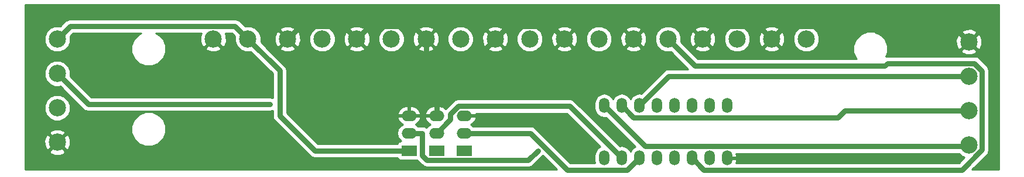
<source format=gbr>
G04 #@! TF.FileFunction,Copper,L2,Bot,Signal*
%FSLAX46Y46*%
G04 Gerber Fmt 4.6, Leading zero omitted, Abs format (unit mm)*
G04 Created by KiCad (PCBNEW 4.0.6) date 02/01/18 18:05:22*
%MOMM*%
%LPD*%
G01*
G04 APERTURE LIST*
%ADD10C,0.100000*%
%ADD11O,1.501140X2.199640*%
%ADD12C,2.500000*%
%ADD13R,2.199640X1.524000*%
%ADD14O,2.199640X1.524000*%
%ADD15C,0.600000*%
%ADD16C,0.800000*%
%ADD17C,0.254000*%
G04 APERTURE END LIST*
D10*
D11*
X154264000Y-99194000D03*
X156804000Y-99194000D03*
X159344000Y-99194000D03*
X161884000Y-99194000D03*
X164424000Y-99194000D03*
X166964000Y-99194000D03*
X169504000Y-99194000D03*
X172044000Y-99194000D03*
X172044000Y-91574000D03*
X169504000Y-91574000D03*
X166964000Y-91574000D03*
X164424000Y-91574000D03*
X161884000Y-91574000D03*
X159344000Y-91574000D03*
X156804000Y-91574000D03*
X154264000Y-91574000D03*
D12*
X108504000Y-81884000D03*
X113504000Y-81884000D03*
X118504000Y-81884000D03*
X123504000Y-81884000D03*
X128504000Y-81884000D03*
X133504000Y-81884000D03*
X138504000Y-81884000D03*
X143504000Y-81884000D03*
X148504000Y-81884000D03*
X153504000Y-81884000D03*
X158504000Y-81884000D03*
X163504000Y-81884000D03*
X168504000Y-81884000D03*
X173504000Y-81884000D03*
X183504000Y-81884000D03*
X178504000Y-81884000D03*
X102754000Y-81884000D03*
X97754000Y-81884000D03*
X207010000Y-82289000D03*
X207010000Y-87289000D03*
X207010000Y-97289000D03*
X207010000Y-92289000D03*
X75184000Y-96908000D03*
X75184000Y-91908000D03*
X75184000Y-81908000D03*
X75184000Y-86908000D03*
D13*
X126054000Y-98124000D03*
D14*
X126054000Y-95584000D03*
X126054000Y-93044000D03*
D13*
X130054000Y-98124000D03*
D14*
X130054000Y-95584000D03*
X130054000Y-93044000D03*
D13*
X134054000Y-98124000D03*
D14*
X134054000Y-95584000D03*
X134054000Y-93044000D03*
D15*
X107354000Y-93034000D03*
X105898400Y-91384000D03*
X144683700Y-98109300D03*
D16*
X130054000Y-93044000D02*
X130054000Y-91482000D01*
X130054000Y-91482000D02*
X130054000Y-86343900D01*
X134044100Y-86343900D02*
X130054000Y-86343900D01*
X138504000Y-81884000D02*
X134044100Y-86343900D01*
X110381800Y-80006200D02*
X108504000Y-81884000D01*
X116626200Y-80006200D02*
X110381800Y-80006200D01*
X118504000Y-81884000D02*
X116626200Y-80006200D01*
X170381800Y-80006200D02*
X168504000Y-81884000D01*
X176626200Y-80006200D02*
X170381800Y-80006200D01*
X178504000Y-81884000D02*
X176626200Y-80006200D01*
X180360700Y-80027300D02*
X178504000Y-81884000D01*
X204748300Y-80027300D02*
X180360700Y-80027300D01*
X207010000Y-82289000D02*
X204748300Y-80027300D01*
X140360700Y-80027300D02*
X138504000Y-81884000D01*
X146647300Y-80027300D02*
X140360700Y-80027300D01*
X148504000Y-81884000D02*
X146647300Y-80027300D01*
X128504000Y-84793900D02*
X128504000Y-81884000D01*
X130054000Y-86343900D02*
X128504000Y-84793900D01*
X120360700Y-80027300D02*
X118504000Y-81884000D01*
X126647300Y-80027300D02*
X120360700Y-80027300D01*
X128504000Y-81884000D02*
X126647300Y-80027300D01*
X100897300Y-80027300D02*
X102754000Y-81884000D01*
X77064700Y-80027300D02*
X100897300Y-80027300D01*
X75184000Y-81908000D02*
X77064700Y-80027300D01*
X160183700Y-97493700D02*
X154264000Y-91574000D01*
X206805300Y-97493700D02*
X160183700Y-97493700D01*
X207010000Y-97289000D02*
X206805300Y-97493700D01*
X112444000Y-98124000D02*
X107354000Y-93034000D01*
X126054000Y-98124000D02*
X112444000Y-98124000D01*
X107354000Y-86484000D02*
X102754000Y-81884000D01*
X107354000Y-93034000D02*
X107354000Y-86484000D01*
X143573100Y-95584000D02*
X134054000Y-95584000D01*
X148931000Y-100941900D02*
X143573100Y-95584000D01*
X157596100Y-100941900D02*
X148931000Y-100941900D01*
X159344000Y-99194000D02*
X157596100Y-100941900D01*
X79660000Y-91384000D02*
X105898400Y-91384000D01*
X75184000Y-86908000D02*
X79660000Y-91384000D01*
X189093900Y-92289000D02*
X207010000Y-92289000D01*
X188083200Y-93299700D02*
X189093900Y-92289000D01*
X158529700Y-93299700D02*
X188083200Y-93299700D01*
X156804000Y-91574000D02*
X158529700Y-93299700D01*
X163629000Y-87289000D02*
X207010000Y-87289000D01*
X159344000Y-91574000D02*
X163629000Y-87289000D01*
X168711900Y-100941900D02*
X166964000Y-99194000D01*
X205976600Y-100941900D02*
X168711900Y-100941900D01*
X208900800Y-98017700D02*
X205976600Y-100941900D01*
X208900800Y-86537800D02*
X208900800Y-98017700D01*
X207790400Y-85427400D02*
X208900800Y-86537800D01*
X195247600Y-85427400D02*
X207790400Y-85427400D01*
X194864500Y-85810500D02*
X195247600Y-85427400D01*
X167430500Y-85810500D02*
X194864500Y-85810500D01*
X163504000Y-81884000D02*
X167430500Y-85810500D01*
X143306600Y-99486400D02*
X144683700Y-98109300D01*
X128644000Y-99486400D02*
X143306600Y-99486400D01*
X127953900Y-98796300D02*
X128644000Y-99486400D01*
X127953900Y-95584000D02*
X127953900Y-98796300D01*
X126054000Y-95584000D02*
X127953900Y-95584000D01*
X149271600Y-91661600D02*
X156804000Y-99194000D01*
X133167100Y-91661600D02*
X149271600Y-91661600D01*
X132054000Y-92774700D02*
X133167100Y-91661600D01*
X132054000Y-93584000D02*
X132054000Y-92774700D01*
X130054000Y-95584000D02*
X132054000Y-93584000D01*
D17*
G36*
X211380000Y-100890000D02*
X207492212Y-100890000D01*
X209632653Y-98749558D01*
X209632656Y-98749556D01*
X209795810Y-98505378D01*
X209857015Y-98413778D01*
X209935800Y-98017700D01*
X209935800Y-86537805D01*
X209935801Y-86537800D01*
X209857015Y-86141723D01*
X209821067Y-86087923D01*
X209632656Y-85805944D01*
X209632653Y-85805942D01*
X208522256Y-84695544D01*
X208186477Y-84471185D01*
X207790400Y-84392399D01*
X207790395Y-84392400D01*
X195247605Y-84392400D01*
X195247600Y-84392399D01*
X195008335Y-84439993D01*
X195270568Y-83808466D01*
X195270730Y-83622320D01*
X205856285Y-83622320D01*
X205985533Y-83915123D01*
X206685806Y-84183388D01*
X207435435Y-84163250D01*
X208034467Y-83915123D01*
X208163715Y-83622320D01*
X207010000Y-82468605D01*
X205856285Y-83622320D01*
X195270730Y-83622320D01*
X195271430Y-82819872D01*
X194918125Y-81964806D01*
X205115612Y-81964806D01*
X205135750Y-82714435D01*
X205383877Y-83313467D01*
X205676680Y-83442715D01*
X206830395Y-82289000D01*
X207189605Y-82289000D01*
X208343320Y-83442715D01*
X208636123Y-83313467D01*
X208904388Y-82613194D01*
X208884250Y-81863565D01*
X208636123Y-81264533D01*
X208343320Y-81135285D01*
X207189605Y-82289000D01*
X206830395Y-82289000D01*
X205676680Y-81135285D01*
X205383877Y-81264533D01*
X205115612Y-81964806D01*
X194918125Y-81964806D01*
X194893909Y-81906200D01*
X194195477Y-81206548D01*
X193591321Y-80955680D01*
X205856285Y-80955680D01*
X207010000Y-82109395D01*
X208163715Y-80955680D01*
X208034467Y-80662877D01*
X207334194Y-80394612D01*
X206584565Y-80414750D01*
X205985533Y-80662877D01*
X205856285Y-80955680D01*
X193591321Y-80955680D01*
X193282466Y-80827432D01*
X192293872Y-80826570D01*
X191380200Y-81204091D01*
X190680548Y-81902523D01*
X190301432Y-82815534D01*
X190300570Y-83804128D01*
X190678091Y-84717800D01*
X190735690Y-84775500D01*
X167859211Y-84775500D01*
X166301032Y-83217320D01*
X167350285Y-83217320D01*
X167479533Y-83510123D01*
X168179806Y-83778388D01*
X168929435Y-83758250D01*
X169528467Y-83510123D01*
X169657715Y-83217320D01*
X168504000Y-82063605D01*
X167350285Y-83217320D01*
X166301032Y-83217320D01*
X165375655Y-82291943D01*
X165388672Y-82260595D01*
X165389283Y-81559806D01*
X166609612Y-81559806D01*
X166629750Y-82309435D01*
X166877877Y-82908467D01*
X167170680Y-83037715D01*
X168324395Y-81884000D01*
X168683605Y-81884000D01*
X169837320Y-83037715D01*
X170130123Y-82908467D01*
X170379574Y-82257305D01*
X171618674Y-82257305D01*
X171905043Y-82950372D01*
X172434839Y-83481093D01*
X173127405Y-83768672D01*
X173877305Y-83769326D01*
X174570372Y-83482957D01*
X174836472Y-83217320D01*
X177350285Y-83217320D01*
X177479533Y-83510123D01*
X178179806Y-83778388D01*
X178929435Y-83758250D01*
X179528467Y-83510123D01*
X179657715Y-83217320D01*
X178504000Y-82063605D01*
X177350285Y-83217320D01*
X174836472Y-83217320D01*
X175101093Y-82953161D01*
X175388672Y-82260595D01*
X175389283Y-81559806D01*
X176609612Y-81559806D01*
X176629750Y-82309435D01*
X176877877Y-82908467D01*
X177170680Y-83037715D01*
X178324395Y-81884000D01*
X178683605Y-81884000D01*
X179837320Y-83037715D01*
X180130123Y-82908467D01*
X180379574Y-82257305D01*
X181618674Y-82257305D01*
X181905043Y-82950372D01*
X182434839Y-83481093D01*
X183127405Y-83768672D01*
X183877305Y-83769326D01*
X184570372Y-83482957D01*
X185101093Y-82953161D01*
X185388672Y-82260595D01*
X185389326Y-81510695D01*
X185102957Y-80817628D01*
X184573161Y-80286907D01*
X183880595Y-79999328D01*
X183130695Y-79998674D01*
X182437628Y-80285043D01*
X181906907Y-80814839D01*
X181619328Y-81507405D01*
X181618674Y-82257305D01*
X180379574Y-82257305D01*
X180398388Y-82208194D01*
X180378250Y-81458565D01*
X180130123Y-80859533D01*
X179837320Y-80730285D01*
X178683605Y-81884000D01*
X178324395Y-81884000D01*
X177170680Y-80730285D01*
X176877877Y-80859533D01*
X176609612Y-81559806D01*
X175389283Y-81559806D01*
X175389326Y-81510695D01*
X175102957Y-80817628D01*
X174836475Y-80550680D01*
X177350285Y-80550680D01*
X178504000Y-81704395D01*
X179657715Y-80550680D01*
X179528467Y-80257877D01*
X178828194Y-79989612D01*
X178078565Y-80009750D01*
X177479533Y-80257877D01*
X177350285Y-80550680D01*
X174836475Y-80550680D01*
X174573161Y-80286907D01*
X173880595Y-79999328D01*
X173130695Y-79998674D01*
X172437628Y-80285043D01*
X171906907Y-80814839D01*
X171619328Y-81507405D01*
X171618674Y-82257305D01*
X170379574Y-82257305D01*
X170398388Y-82208194D01*
X170378250Y-81458565D01*
X170130123Y-80859533D01*
X169837320Y-80730285D01*
X168683605Y-81884000D01*
X168324395Y-81884000D01*
X167170680Y-80730285D01*
X166877877Y-80859533D01*
X166609612Y-81559806D01*
X165389283Y-81559806D01*
X165389326Y-81510695D01*
X165102957Y-80817628D01*
X164836475Y-80550680D01*
X167350285Y-80550680D01*
X168504000Y-81704395D01*
X169657715Y-80550680D01*
X169528467Y-80257877D01*
X168828194Y-79989612D01*
X168078565Y-80009750D01*
X167479533Y-80257877D01*
X167350285Y-80550680D01*
X164836475Y-80550680D01*
X164573161Y-80286907D01*
X163880595Y-79999328D01*
X163130695Y-79998674D01*
X162437628Y-80285043D01*
X161906907Y-80814839D01*
X161619328Y-81507405D01*
X161618674Y-82257305D01*
X161905043Y-82950372D01*
X162434839Y-83481093D01*
X163127405Y-83768672D01*
X163877305Y-83769326D01*
X163911490Y-83755201D01*
X166410289Y-86254000D01*
X163629005Y-86254000D01*
X163629000Y-86253999D01*
X163232923Y-86332785D01*
X162897144Y-86557144D01*
X162897142Y-86557147D01*
X159598477Y-89855811D01*
X159344000Y-89805193D01*
X158813765Y-89910663D01*
X158364254Y-90211017D01*
X158074000Y-90645412D01*
X157783746Y-90211017D01*
X157334235Y-89910663D01*
X156804000Y-89805193D01*
X156273765Y-89910663D01*
X155824254Y-90211017D01*
X155534000Y-90645412D01*
X155243746Y-90211017D01*
X154794235Y-89910663D01*
X154264000Y-89805193D01*
X153733765Y-89910663D01*
X153284254Y-90211017D01*
X152983900Y-90660528D01*
X152878430Y-91190763D01*
X152878430Y-91957237D01*
X152983900Y-92487472D01*
X153284254Y-92936983D01*
X153733765Y-93237337D01*
X154264000Y-93342807D01*
X154518477Y-93292189D01*
X158779708Y-97553420D01*
X158364254Y-97831017D01*
X158074000Y-98265412D01*
X157783746Y-97831017D01*
X157334235Y-97530663D01*
X156804000Y-97425193D01*
X156549523Y-97475812D01*
X150003456Y-90929744D01*
X149667677Y-90705385D01*
X149271600Y-90626599D01*
X149271595Y-90626600D01*
X133167105Y-90626600D01*
X133167100Y-90626599D01*
X132771023Y-90705385D01*
X132435244Y-90929744D01*
X132435242Y-90929747D01*
X131330948Y-92034040D01*
X131043761Y-91801941D01*
X130518820Y-91647000D01*
X130181000Y-91647000D01*
X130181000Y-92917000D01*
X130201000Y-92917000D01*
X130201000Y-93171000D01*
X130181000Y-93171000D01*
X130181000Y-93191000D01*
X129927000Y-93191000D01*
X129927000Y-93171000D01*
X128484460Y-93171000D01*
X128361960Y-93387070D01*
X128376920Y-93461277D01*
X128638550Y-93942026D01*
X129064239Y-94286059D01*
X129129606Y-94305353D01*
X128694365Y-94596172D01*
X128573464Y-94777113D01*
X128349977Y-94627785D01*
X127953900Y-94549000D01*
X127343037Y-94549000D01*
X126978394Y-94305353D01*
X127043761Y-94286059D01*
X127469450Y-93942026D01*
X127731080Y-93461277D01*
X127746040Y-93387070D01*
X127623540Y-93171000D01*
X126181000Y-93171000D01*
X126181000Y-93191000D01*
X125927000Y-93191000D01*
X125927000Y-93171000D01*
X124484460Y-93171000D01*
X124361960Y-93387070D01*
X124376920Y-93461277D01*
X124638550Y-93942026D01*
X125064239Y-94286059D01*
X125129606Y-94305353D01*
X124694365Y-94596172D01*
X124391533Y-95049391D01*
X124285193Y-95584000D01*
X124391533Y-96118609D01*
X124694365Y-96571828D01*
X124918130Y-96721343D01*
X124718863Y-96758838D01*
X124502739Y-96897910D01*
X124372173Y-97089000D01*
X112872711Y-97089000D01*
X108484642Y-92700930D01*
X124361960Y-92700930D01*
X124484460Y-92917000D01*
X125927000Y-92917000D01*
X125927000Y-91647000D01*
X126181000Y-91647000D01*
X126181000Y-92917000D01*
X127623540Y-92917000D01*
X127746040Y-92700930D01*
X128361960Y-92700930D01*
X128484460Y-92917000D01*
X129927000Y-92917000D01*
X129927000Y-91647000D01*
X129589180Y-91647000D01*
X129064239Y-91801941D01*
X128638550Y-92145974D01*
X128376920Y-92626723D01*
X128361960Y-92700930D01*
X127746040Y-92700930D01*
X127731080Y-92626723D01*
X127469450Y-92145974D01*
X127043761Y-91801941D01*
X126518820Y-91647000D01*
X126181000Y-91647000D01*
X125927000Y-91647000D01*
X125589180Y-91647000D01*
X125064239Y-91801941D01*
X124638550Y-92145974D01*
X124376920Y-92626723D01*
X124361960Y-92700930D01*
X108484642Y-92700930D01*
X108389000Y-92605288D01*
X108389000Y-86484000D01*
X108310215Y-86087923D01*
X108310215Y-86087922D01*
X108166608Y-85872999D01*
X108085856Y-85752144D01*
X108085853Y-85752142D01*
X105551032Y-83217320D01*
X107350285Y-83217320D01*
X107479533Y-83510123D01*
X108179806Y-83778388D01*
X108929435Y-83758250D01*
X109528467Y-83510123D01*
X109657715Y-83217320D01*
X108504000Y-82063605D01*
X107350285Y-83217320D01*
X105551032Y-83217320D01*
X104625655Y-82291943D01*
X104638672Y-82260595D01*
X104639283Y-81559806D01*
X106609612Y-81559806D01*
X106629750Y-82309435D01*
X106877877Y-82908467D01*
X107170680Y-83037715D01*
X108324395Y-81884000D01*
X108683605Y-81884000D01*
X109837320Y-83037715D01*
X110130123Y-82908467D01*
X110379574Y-82257305D01*
X111618674Y-82257305D01*
X111905043Y-82950372D01*
X112434839Y-83481093D01*
X113127405Y-83768672D01*
X113877305Y-83769326D01*
X114570372Y-83482957D01*
X114836472Y-83217320D01*
X117350285Y-83217320D01*
X117479533Y-83510123D01*
X118179806Y-83778388D01*
X118929435Y-83758250D01*
X119528467Y-83510123D01*
X119657715Y-83217320D01*
X118504000Y-82063605D01*
X117350285Y-83217320D01*
X114836472Y-83217320D01*
X115101093Y-82953161D01*
X115388672Y-82260595D01*
X115389283Y-81559806D01*
X116609612Y-81559806D01*
X116629750Y-82309435D01*
X116877877Y-82908467D01*
X117170680Y-83037715D01*
X118324395Y-81884000D01*
X118683605Y-81884000D01*
X119837320Y-83037715D01*
X120130123Y-82908467D01*
X120379574Y-82257305D01*
X121618674Y-82257305D01*
X121905043Y-82950372D01*
X122434839Y-83481093D01*
X123127405Y-83768672D01*
X123877305Y-83769326D01*
X124570372Y-83482957D01*
X124836472Y-83217320D01*
X127350285Y-83217320D01*
X127479533Y-83510123D01*
X128179806Y-83778388D01*
X128929435Y-83758250D01*
X129528467Y-83510123D01*
X129657715Y-83217320D01*
X128504000Y-82063605D01*
X127350285Y-83217320D01*
X124836472Y-83217320D01*
X125101093Y-82953161D01*
X125388672Y-82260595D01*
X125389283Y-81559806D01*
X126609612Y-81559806D01*
X126629750Y-82309435D01*
X126877877Y-82908467D01*
X127170680Y-83037715D01*
X128324395Y-81884000D01*
X128683605Y-81884000D01*
X129837320Y-83037715D01*
X130130123Y-82908467D01*
X130379574Y-82257305D01*
X131618674Y-82257305D01*
X131905043Y-82950372D01*
X132434839Y-83481093D01*
X133127405Y-83768672D01*
X133877305Y-83769326D01*
X134570372Y-83482957D01*
X134836472Y-83217320D01*
X137350285Y-83217320D01*
X137479533Y-83510123D01*
X138179806Y-83778388D01*
X138929435Y-83758250D01*
X139528467Y-83510123D01*
X139657715Y-83217320D01*
X138504000Y-82063605D01*
X137350285Y-83217320D01*
X134836472Y-83217320D01*
X135101093Y-82953161D01*
X135388672Y-82260595D01*
X135389283Y-81559806D01*
X136609612Y-81559806D01*
X136629750Y-82309435D01*
X136877877Y-82908467D01*
X137170680Y-83037715D01*
X138324395Y-81884000D01*
X138683605Y-81884000D01*
X139837320Y-83037715D01*
X140130123Y-82908467D01*
X140379574Y-82257305D01*
X141618674Y-82257305D01*
X141905043Y-82950372D01*
X142434839Y-83481093D01*
X143127405Y-83768672D01*
X143877305Y-83769326D01*
X144570372Y-83482957D01*
X144836472Y-83217320D01*
X147350285Y-83217320D01*
X147479533Y-83510123D01*
X148179806Y-83778388D01*
X148929435Y-83758250D01*
X149528467Y-83510123D01*
X149657715Y-83217320D01*
X148504000Y-82063605D01*
X147350285Y-83217320D01*
X144836472Y-83217320D01*
X145101093Y-82953161D01*
X145388672Y-82260595D01*
X145389283Y-81559806D01*
X146609612Y-81559806D01*
X146629750Y-82309435D01*
X146877877Y-82908467D01*
X147170680Y-83037715D01*
X148324395Y-81884000D01*
X148683605Y-81884000D01*
X149837320Y-83037715D01*
X150130123Y-82908467D01*
X150379574Y-82257305D01*
X151618674Y-82257305D01*
X151905043Y-82950372D01*
X152434839Y-83481093D01*
X153127405Y-83768672D01*
X153877305Y-83769326D01*
X154570372Y-83482957D01*
X154836472Y-83217320D01*
X157350285Y-83217320D01*
X157479533Y-83510123D01*
X158179806Y-83778388D01*
X158929435Y-83758250D01*
X159528467Y-83510123D01*
X159657715Y-83217320D01*
X158504000Y-82063605D01*
X157350285Y-83217320D01*
X154836472Y-83217320D01*
X155101093Y-82953161D01*
X155388672Y-82260595D01*
X155389283Y-81559806D01*
X156609612Y-81559806D01*
X156629750Y-82309435D01*
X156877877Y-82908467D01*
X157170680Y-83037715D01*
X158324395Y-81884000D01*
X158683605Y-81884000D01*
X159837320Y-83037715D01*
X160130123Y-82908467D01*
X160398388Y-82208194D01*
X160378250Y-81458565D01*
X160130123Y-80859533D01*
X159837320Y-80730285D01*
X158683605Y-81884000D01*
X158324395Y-81884000D01*
X157170680Y-80730285D01*
X156877877Y-80859533D01*
X156609612Y-81559806D01*
X155389283Y-81559806D01*
X155389326Y-81510695D01*
X155102957Y-80817628D01*
X154836475Y-80550680D01*
X157350285Y-80550680D01*
X158504000Y-81704395D01*
X159657715Y-80550680D01*
X159528467Y-80257877D01*
X158828194Y-79989612D01*
X158078565Y-80009750D01*
X157479533Y-80257877D01*
X157350285Y-80550680D01*
X154836475Y-80550680D01*
X154573161Y-80286907D01*
X153880595Y-79999328D01*
X153130695Y-79998674D01*
X152437628Y-80285043D01*
X151906907Y-80814839D01*
X151619328Y-81507405D01*
X151618674Y-82257305D01*
X150379574Y-82257305D01*
X150398388Y-82208194D01*
X150378250Y-81458565D01*
X150130123Y-80859533D01*
X149837320Y-80730285D01*
X148683605Y-81884000D01*
X148324395Y-81884000D01*
X147170680Y-80730285D01*
X146877877Y-80859533D01*
X146609612Y-81559806D01*
X145389283Y-81559806D01*
X145389326Y-81510695D01*
X145102957Y-80817628D01*
X144836475Y-80550680D01*
X147350285Y-80550680D01*
X148504000Y-81704395D01*
X149657715Y-80550680D01*
X149528467Y-80257877D01*
X148828194Y-79989612D01*
X148078565Y-80009750D01*
X147479533Y-80257877D01*
X147350285Y-80550680D01*
X144836475Y-80550680D01*
X144573161Y-80286907D01*
X143880595Y-79999328D01*
X143130695Y-79998674D01*
X142437628Y-80285043D01*
X141906907Y-80814839D01*
X141619328Y-81507405D01*
X141618674Y-82257305D01*
X140379574Y-82257305D01*
X140398388Y-82208194D01*
X140378250Y-81458565D01*
X140130123Y-80859533D01*
X139837320Y-80730285D01*
X138683605Y-81884000D01*
X138324395Y-81884000D01*
X137170680Y-80730285D01*
X136877877Y-80859533D01*
X136609612Y-81559806D01*
X135389283Y-81559806D01*
X135389326Y-81510695D01*
X135102957Y-80817628D01*
X134836475Y-80550680D01*
X137350285Y-80550680D01*
X138504000Y-81704395D01*
X139657715Y-80550680D01*
X139528467Y-80257877D01*
X138828194Y-79989612D01*
X138078565Y-80009750D01*
X137479533Y-80257877D01*
X137350285Y-80550680D01*
X134836475Y-80550680D01*
X134573161Y-80286907D01*
X133880595Y-79999328D01*
X133130695Y-79998674D01*
X132437628Y-80285043D01*
X131906907Y-80814839D01*
X131619328Y-81507405D01*
X131618674Y-82257305D01*
X130379574Y-82257305D01*
X130398388Y-82208194D01*
X130378250Y-81458565D01*
X130130123Y-80859533D01*
X129837320Y-80730285D01*
X128683605Y-81884000D01*
X128324395Y-81884000D01*
X127170680Y-80730285D01*
X126877877Y-80859533D01*
X126609612Y-81559806D01*
X125389283Y-81559806D01*
X125389326Y-81510695D01*
X125102957Y-80817628D01*
X124836475Y-80550680D01*
X127350285Y-80550680D01*
X128504000Y-81704395D01*
X129657715Y-80550680D01*
X129528467Y-80257877D01*
X128828194Y-79989612D01*
X128078565Y-80009750D01*
X127479533Y-80257877D01*
X127350285Y-80550680D01*
X124836475Y-80550680D01*
X124573161Y-80286907D01*
X123880595Y-79999328D01*
X123130695Y-79998674D01*
X122437628Y-80285043D01*
X121906907Y-80814839D01*
X121619328Y-81507405D01*
X121618674Y-82257305D01*
X120379574Y-82257305D01*
X120398388Y-82208194D01*
X120378250Y-81458565D01*
X120130123Y-80859533D01*
X119837320Y-80730285D01*
X118683605Y-81884000D01*
X118324395Y-81884000D01*
X117170680Y-80730285D01*
X116877877Y-80859533D01*
X116609612Y-81559806D01*
X115389283Y-81559806D01*
X115389326Y-81510695D01*
X115102957Y-80817628D01*
X114836475Y-80550680D01*
X117350285Y-80550680D01*
X118504000Y-81704395D01*
X119657715Y-80550680D01*
X119528467Y-80257877D01*
X118828194Y-79989612D01*
X118078565Y-80009750D01*
X117479533Y-80257877D01*
X117350285Y-80550680D01*
X114836475Y-80550680D01*
X114573161Y-80286907D01*
X113880595Y-79999328D01*
X113130695Y-79998674D01*
X112437628Y-80285043D01*
X111906907Y-80814839D01*
X111619328Y-81507405D01*
X111618674Y-82257305D01*
X110379574Y-82257305D01*
X110398388Y-82208194D01*
X110378250Y-81458565D01*
X110130123Y-80859533D01*
X109837320Y-80730285D01*
X108683605Y-81884000D01*
X108324395Y-81884000D01*
X107170680Y-80730285D01*
X106877877Y-80859533D01*
X106609612Y-81559806D01*
X104639283Y-81559806D01*
X104639326Y-81510695D01*
X104352957Y-80817628D01*
X104086475Y-80550680D01*
X107350285Y-80550680D01*
X108504000Y-81704395D01*
X109657715Y-80550680D01*
X109528467Y-80257877D01*
X108828194Y-79989612D01*
X108078565Y-80009750D01*
X107479533Y-80257877D01*
X107350285Y-80550680D01*
X104086475Y-80550680D01*
X103823161Y-80286907D01*
X103130595Y-79999328D01*
X102380695Y-79998674D01*
X102346510Y-80012799D01*
X101629156Y-79295444D01*
X101293377Y-79071085D01*
X100897300Y-78992299D01*
X100897295Y-78992300D01*
X77064700Y-78992300D01*
X76668622Y-79071085D01*
X76534129Y-79160951D01*
X76332844Y-79295444D01*
X76332842Y-79295447D01*
X75591944Y-80036345D01*
X75560595Y-80023328D01*
X74810695Y-80022674D01*
X74117628Y-80309043D01*
X73586907Y-80838839D01*
X73299328Y-81531405D01*
X73298674Y-82281305D01*
X73585043Y-82974372D01*
X74114839Y-83505093D01*
X74807405Y-83792672D01*
X75557305Y-83793326D01*
X76250372Y-83506957D01*
X76781093Y-82977161D01*
X77068672Y-82284595D01*
X77069326Y-81534695D01*
X77055201Y-81500510D01*
X77493411Y-81062300D01*
X87329361Y-81062300D01*
X86986200Y-81204091D01*
X86286548Y-81902523D01*
X85907432Y-82815534D01*
X85906570Y-83804128D01*
X86284091Y-84717800D01*
X86982523Y-85417452D01*
X87895534Y-85796568D01*
X88884128Y-85797430D01*
X89797800Y-85419909D01*
X90497452Y-84721477D01*
X90876568Y-83808466D01*
X90877083Y-83217320D01*
X96600285Y-83217320D01*
X96729533Y-83510123D01*
X97429806Y-83778388D01*
X98179435Y-83758250D01*
X98778467Y-83510123D01*
X98907715Y-83217320D01*
X97754000Y-82063605D01*
X96600285Y-83217320D01*
X90877083Y-83217320D01*
X90877430Y-82819872D01*
X90499909Y-81906200D01*
X89801477Y-81206548D01*
X89454090Y-81062300D01*
X96050200Y-81062300D01*
X95859612Y-81559806D01*
X95879750Y-82309435D01*
X96127877Y-82908467D01*
X96420680Y-83037715D01*
X97574395Y-81884000D01*
X97560253Y-81869858D01*
X97739858Y-81690253D01*
X97754000Y-81704395D01*
X97768143Y-81690253D01*
X97947748Y-81869858D01*
X97933605Y-81884000D01*
X99087320Y-83037715D01*
X99380123Y-82908467D01*
X99648388Y-82208194D01*
X99628250Y-81458565D01*
X99464112Y-81062300D01*
X100468588Y-81062300D01*
X100882345Y-81476057D01*
X100869328Y-81507405D01*
X100868674Y-82257305D01*
X101155043Y-82950372D01*
X101684839Y-83481093D01*
X102377405Y-83768672D01*
X103127305Y-83769326D01*
X103161490Y-83755201D01*
X106319000Y-86912711D01*
X106319000Y-90444171D01*
X106294477Y-90427785D01*
X105898400Y-90349000D01*
X80088711Y-90349000D01*
X77055655Y-87315943D01*
X77068672Y-87284595D01*
X77069326Y-86534695D01*
X76782957Y-85841628D01*
X76253161Y-85310907D01*
X75560595Y-85023328D01*
X74810695Y-85022674D01*
X74117628Y-85309043D01*
X73586907Y-85838839D01*
X73299328Y-86531405D01*
X73298674Y-87281305D01*
X73585043Y-87974372D01*
X74114839Y-88505093D01*
X74807405Y-88792672D01*
X75557305Y-88793326D01*
X75591490Y-88779201D01*
X78928142Y-92115853D01*
X78928144Y-92115856D01*
X79212501Y-92305856D01*
X79263923Y-92340215D01*
X79660000Y-92419001D01*
X79660005Y-92419000D01*
X105898400Y-92419000D01*
X106294477Y-92340215D01*
X106319000Y-92323829D01*
X106319000Y-93033995D01*
X106318999Y-93034000D01*
X106397785Y-93430077D01*
X106622144Y-93765856D01*
X111712142Y-98855853D01*
X111712144Y-98855856D01*
X111993930Y-99044138D01*
X112047923Y-99080215D01*
X112444000Y-99159001D01*
X112444005Y-99159000D01*
X124375266Y-99159000D01*
X124490090Y-99337441D01*
X124702290Y-99482431D01*
X124954180Y-99533440D01*
X127153820Y-99533440D01*
X127217561Y-99521446D01*
X127222044Y-99528156D01*
X127912142Y-100218253D01*
X127912144Y-100218256D01*
X128247923Y-100442615D01*
X128644000Y-100521401D01*
X128644005Y-100521400D01*
X143306595Y-100521400D01*
X143306600Y-100521401D01*
X143702677Y-100442615D01*
X144038456Y-100218256D01*
X145391050Y-98865661D01*
X147415389Y-100890000D01*
X70560000Y-100890000D01*
X70560000Y-98241320D01*
X74030285Y-98241320D01*
X74159533Y-98534123D01*
X74859806Y-98802388D01*
X75609435Y-98782250D01*
X76208467Y-98534123D01*
X76337715Y-98241320D01*
X75184000Y-97087605D01*
X74030285Y-98241320D01*
X70560000Y-98241320D01*
X70560000Y-96583806D01*
X73289612Y-96583806D01*
X73309750Y-97333435D01*
X73557877Y-97932467D01*
X73850680Y-98061715D01*
X75004395Y-96908000D01*
X75363605Y-96908000D01*
X76517320Y-98061715D01*
X76810123Y-97932467D01*
X77078388Y-97232194D01*
X77058250Y-96482565D01*
X76810123Y-95883533D01*
X76517320Y-95754285D01*
X75363605Y-96908000D01*
X75004395Y-96908000D01*
X73850680Y-95754285D01*
X73557877Y-95883533D01*
X73289612Y-96583806D01*
X70560000Y-96583806D01*
X70560000Y-95574680D01*
X74030285Y-95574680D01*
X75184000Y-96728395D01*
X76337715Y-95574680D01*
X76299510Y-95488128D01*
X85906570Y-95488128D01*
X86284091Y-96401800D01*
X86982523Y-97101452D01*
X87895534Y-97480568D01*
X88884128Y-97481430D01*
X89797800Y-97103909D01*
X90497452Y-96405477D01*
X90876568Y-95492466D01*
X90877430Y-94503872D01*
X90499909Y-93590200D01*
X89801477Y-92890548D01*
X88888466Y-92511432D01*
X87899872Y-92510570D01*
X86986200Y-92888091D01*
X86286548Y-93586523D01*
X85907432Y-94499534D01*
X85906570Y-95488128D01*
X76299510Y-95488128D01*
X76208467Y-95281877D01*
X75508194Y-95013612D01*
X74758565Y-95033750D01*
X74159533Y-95281877D01*
X74030285Y-95574680D01*
X70560000Y-95574680D01*
X70560000Y-92281305D01*
X73298674Y-92281305D01*
X73585043Y-92974372D01*
X74114839Y-93505093D01*
X74807405Y-93792672D01*
X75557305Y-93793326D01*
X76250372Y-93506957D01*
X76781093Y-92977161D01*
X77068672Y-92284595D01*
X77069326Y-91534695D01*
X76782957Y-90841628D01*
X76253161Y-90310907D01*
X75560595Y-90023328D01*
X74810695Y-90022674D01*
X74117628Y-90309043D01*
X73586907Y-90838839D01*
X73299328Y-91531405D01*
X73298674Y-92281305D01*
X70560000Y-92281305D01*
X70560000Y-76910000D01*
X211380000Y-76910000D01*
X211380000Y-100890000D01*
X211380000Y-100890000D01*
G37*
X211380000Y-100890000D02*
X207492212Y-100890000D01*
X209632653Y-98749558D01*
X209632656Y-98749556D01*
X209795810Y-98505378D01*
X209857015Y-98413778D01*
X209935800Y-98017700D01*
X209935800Y-86537805D01*
X209935801Y-86537800D01*
X209857015Y-86141723D01*
X209821067Y-86087923D01*
X209632656Y-85805944D01*
X209632653Y-85805942D01*
X208522256Y-84695544D01*
X208186477Y-84471185D01*
X207790400Y-84392399D01*
X207790395Y-84392400D01*
X195247605Y-84392400D01*
X195247600Y-84392399D01*
X195008335Y-84439993D01*
X195270568Y-83808466D01*
X195270730Y-83622320D01*
X205856285Y-83622320D01*
X205985533Y-83915123D01*
X206685806Y-84183388D01*
X207435435Y-84163250D01*
X208034467Y-83915123D01*
X208163715Y-83622320D01*
X207010000Y-82468605D01*
X205856285Y-83622320D01*
X195270730Y-83622320D01*
X195271430Y-82819872D01*
X194918125Y-81964806D01*
X205115612Y-81964806D01*
X205135750Y-82714435D01*
X205383877Y-83313467D01*
X205676680Y-83442715D01*
X206830395Y-82289000D01*
X207189605Y-82289000D01*
X208343320Y-83442715D01*
X208636123Y-83313467D01*
X208904388Y-82613194D01*
X208884250Y-81863565D01*
X208636123Y-81264533D01*
X208343320Y-81135285D01*
X207189605Y-82289000D01*
X206830395Y-82289000D01*
X205676680Y-81135285D01*
X205383877Y-81264533D01*
X205115612Y-81964806D01*
X194918125Y-81964806D01*
X194893909Y-81906200D01*
X194195477Y-81206548D01*
X193591321Y-80955680D01*
X205856285Y-80955680D01*
X207010000Y-82109395D01*
X208163715Y-80955680D01*
X208034467Y-80662877D01*
X207334194Y-80394612D01*
X206584565Y-80414750D01*
X205985533Y-80662877D01*
X205856285Y-80955680D01*
X193591321Y-80955680D01*
X193282466Y-80827432D01*
X192293872Y-80826570D01*
X191380200Y-81204091D01*
X190680548Y-81902523D01*
X190301432Y-82815534D01*
X190300570Y-83804128D01*
X190678091Y-84717800D01*
X190735690Y-84775500D01*
X167859211Y-84775500D01*
X166301032Y-83217320D01*
X167350285Y-83217320D01*
X167479533Y-83510123D01*
X168179806Y-83778388D01*
X168929435Y-83758250D01*
X169528467Y-83510123D01*
X169657715Y-83217320D01*
X168504000Y-82063605D01*
X167350285Y-83217320D01*
X166301032Y-83217320D01*
X165375655Y-82291943D01*
X165388672Y-82260595D01*
X165389283Y-81559806D01*
X166609612Y-81559806D01*
X166629750Y-82309435D01*
X166877877Y-82908467D01*
X167170680Y-83037715D01*
X168324395Y-81884000D01*
X168683605Y-81884000D01*
X169837320Y-83037715D01*
X170130123Y-82908467D01*
X170379574Y-82257305D01*
X171618674Y-82257305D01*
X171905043Y-82950372D01*
X172434839Y-83481093D01*
X173127405Y-83768672D01*
X173877305Y-83769326D01*
X174570372Y-83482957D01*
X174836472Y-83217320D01*
X177350285Y-83217320D01*
X177479533Y-83510123D01*
X178179806Y-83778388D01*
X178929435Y-83758250D01*
X179528467Y-83510123D01*
X179657715Y-83217320D01*
X178504000Y-82063605D01*
X177350285Y-83217320D01*
X174836472Y-83217320D01*
X175101093Y-82953161D01*
X175388672Y-82260595D01*
X175389283Y-81559806D01*
X176609612Y-81559806D01*
X176629750Y-82309435D01*
X176877877Y-82908467D01*
X177170680Y-83037715D01*
X178324395Y-81884000D01*
X178683605Y-81884000D01*
X179837320Y-83037715D01*
X180130123Y-82908467D01*
X180379574Y-82257305D01*
X181618674Y-82257305D01*
X181905043Y-82950372D01*
X182434839Y-83481093D01*
X183127405Y-83768672D01*
X183877305Y-83769326D01*
X184570372Y-83482957D01*
X185101093Y-82953161D01*
X185388672Y-82260595D01*
X185389326Y-81510695D01*
X185102957Y-80817628D01*
X184573161Y-80286907D01*
X183880595Y-79999328D01*
X183130695Y-79998674D01*
X182437628Y-80285043D01*
X181906907Y-80814839D01*
X181619328Y-81507405D01*
X181618674Y-82257305D01*
X180379574Y-82257305D01*
X180398388Y-82208194D01*
X180378250Y-81458565D01*
X180130123Y-80859533D01*
X179837320Y-80730285D01*
X178683605Y-81884000D01*
X178324395Y-81884000D01*
X177170680Y-80730285D01*
X176877877Y-80859533D01*
X176609612Y-81559806D01*
X175389283Y-81559806D01*
X175389326Y-81510695D01*
X175102957Y-80817628D01*
X174836475Y-80550680D01*
X177350285Y-80550680D01*
X178504000Y-81704395D01*
X179657715Y-80550680D01*
X179528467Y-80257877D01*
X178828194Y-79989612D01*
X178078565Y-80009750D01*
X177479533Y-80257877D01*
X177350285Y-80550680D01*
X174836475Y-80550680D01*
X174573161Y-80286907D01*
X173880595Y-79999328D01*
X173130695Y-79998674D01*
X172437628Y-80285043D01*
X171906907Y-80814839D01*
X171619328Y-81507405D01*
X171618674Y-82257305D01*
X170379574Y-82257305D01*
X170398388Y-82208194D01*
X170378250Y-81458565D01*
X170130123Y-80859533D01*
X169837320Y-80730285D01*
X168683605Y-81884000D01*
X168324395Y-81884000D01*
X167170680Y-80730285D01*
X166877877Y-80859533D01*
X166609612Y-81559806D01*
X165389283Y-81559806D01*
X165389326Y-81510695D01*
X165102957Y-80817628D01*
X164836475Y-80550680D01*
X167350285Y-80550680D01*
X168504000Y-81704395D01*
X169657715Y-80550680D01*
X169528467Y-80257877D01*
X168828194Y-79989612D01*
X168078565Y-80009750D01*
X167479533Y-80257877D01*
X167350285Y-80550680D01*
X164836475Y-80550680D01*
X164573161Y-80286907D01*
X163880595Y-79999328D01*
X163130695Y-79998674D01*
X162437628Y-80285043D01*
X161906907Y-80814839D01*
X161619328Y-81507405D01*
X161618674Y-82257305D01*
X161905043Y-82950372D01*
X162434839Y-83481093D01*
X163127405Y-83768672D01*
X163877305Y-83769326D01*
X163911490Y-83755201D01*
X166410289Y-86254000D01*
X163629005Y-86254000D01*
X163629000Y-86253999D01*
X163232923Y-86332785D01*
X162897144Y-86557144D01*
X162897142Y-86557147D01*
X159598477Y-89855811D01*
X159344000Y-89805193D01*
X158813765Y-89910663D01*
X158364254Y-90211017D01*
X158074000Y-90645412D01*
X157783746Y-90211017D01*
X157334235Y-89910663D01*
X156804000Y-89805193D01*
X156273765Y-89910663D01*
X155824254Y-90211017D01*
X155534000Y-90645412D01*
X155243746Y-90211017D01*
X154794235Y-89910663D01*
X154264000Y-89805193D01*
X153733765Y-89910663D01*
X153284254Y-90211017D01*
X152983900Y-90660528D01*
X152878430Y-91190763D01*
X152878430Y-91957237D01*
X152983900Y-92487472D01*
X153284254Y-92936983D01*
X153733765Y-93237337D01*
X154264000Y-93342807D01*
X154518477Y-93292189D01*
X158779708Y-97553420D01*
X158364254Y-97831017D01*
X158074000Y-98265412D01*
X157783746Y-97831017D01*
X157334235Y-97530663D01*
X156804000Y-97425193D01*
X156549523Y-97475812D01*
X150003456Y-90929744D01*
X149667677Y-90705385D01*
X149271600Y-90626599D01*
X149271595Y-90626600D01*
X133167105Y-90626600D01*
X133167100Y-90626599D01*
X132771023Y-90705385D01*
X132435244Y-90929744D01*
X132435242Y-90929747D01*
X131330948Y-92034040D01*
X131043761Y-91801941D01*
X130518820Y-91647000D01*
X130181000Y-91647000D01*
X130181000Y-92917000D01*
X130201000Y-92917000D01*
X130201000Y-93171000D01*
X130181000Y-93171000D01*
X130181000Y-93191000D01*
X129927000Y-93191000D01*
X129927000Y-93171000D01*
X128484460Y-93171000D01*
X128361960Y-93387070D01*
X128376920Y-93461277D01*
X128638550Y-93942026D01*
X129064239Y-94286059D01*
X129129606Y-94305353D01*
X128694365Y-94596172D01*
X128573464Y-94777113D01*
X128349977Y-94627785D01*
X127953900Y-94549000D01*
X127343037Y-94549000D01*
X126978394Y-94305353D01*
X127043761Y-94286059D01*
X127469450Y-93942026D01*
X127731080Y-93461277D01*
X127746040Y-93387070D01*
X127623540Y-93171000D01*
X126181000Y-93171000D01*
X126181000Y-93191000D01*
X125927000Y-93191000D01*
X125927000Y-93171000D01*
X124484460Y-93171000D01*
X124361960Y-93387070D01*
X124376920Y-93461277D01*
X124638550Y-93942026D01*
X125064239Y-94286059D01*
X125129606Y-94305353D01*
X124694365Y-94596172D01*
X124391533Y-95049391D01*
X124285193Y-95584000D01*
X124391533Y-96118609D01*
X124694365Y-96571828D01*
X124918130Y-96721343D01*
X124718863Y-96758838D01*
X124502739Y-96897910D01*
X124372173Y-97089000D01*
X112872711Y-97089000D01*
X108484642Y-92700930D01*
X124361960Y-92700930D01*
X124484460Y-92917000D01*
X125927000Y-92917000D01*
X125927000Y-91647000D01*
X126181000Y-91647000D01*
X126181000Y-92917000D01*
X127623540Y-92917000D01*
X127746040Y-92700930D01*
X128361960Y-92700930D01*
X128484460Y-92917000D01*
X129927000Y-92917000D01*
X129927000Y-91647000D01*
X129589180Y-91647000D01*
X129064239Y-91801941D01*
X128638550Y-92145974D01*
X128376920Y-92626723D01*
X128361960Y-92700930D01*
X127746040Y-92700930D01*
X127731080Y-92626723D01*
X127469450Y-92145974D01*
X127043761Y-91801941D01*
X126518820Y-91647000D01*
X126181000Y-91647000D01*
X125927000Y-91647000D01*
X125589180Y-91647000D01*
X125064239Y-91801941D01*
X124638550Y-92145974D01*
X124376920Y-92626723D01*
X124361960Y-92700930D01*
X108484642Y-92700930D01*
X108389000Y-92605288D01*
X108389000Y-86484000D01*
X108310215Y-86087923D01*
X108310215Y-86087922D01*
X108166608Y-85872999D01*
X108085856Y-85752144D01*
X108085853Y-85752142D01*
X105551032Y-83217320D01*
X107350285Y-83217320D01*
X107479533Y-83510123D01*
X108179806Y-83778388D01*
X108929435Y-83758250D01*
X109528467Y-83510123D01*
X109657715Y-83217320D01*
X108504000Y-82063605D01*
X107350285Y-83217320D01*
X105551032Y-83217320D01*
X104625655Y-82291943D01*
X104638672Y-82260595D01*
X104639283Y-81559806D01*
X106609612Y-81559806D01*
X106629750Y-82309435D01*
X106877877Y-82908467D01*
X107170680Y-83037715D01*
X108324395Y-81884000D01*
X108683605Y-81884000D01*
X109837320Y-83037715D01*
X110130123Y-82908467D01*
X110379574Y-82257305D01*
X111618674Y-82257305D01*
X111905043Y-82950372D01*
X112434839Y-83481093D01*
X113127405Y-83768672D01*
X113877305Y-83769326D01*
X114570372Y-83482957D01*
X114836472Y-83217320D01*
X117350285Y-83217320D01*
X117479533Y-83510123D01*
X118179806Y-83778388D01*
X118929435Y-83758250D01*
X119528467Y-83510123D01*
X119657715Y-83217320D01*
X118504000Y-82063605D01*
X117350285Y-83217320D01*
X114836472Y-83217320D01*
X115101093Y-82953161D01*
X115388672Y-82260595D01*
X115389283Y-81559806D01*
X116609612Y-81559806D01*
X116629750Y-82309435D01*
X116877877Y-82908467D01*
X117170680Y-83037715D01*
X118324395Y-81884000D01*
X118683605Y-81884000D01*
X119837320Y-83037715D01*
X120130123Y-82908467D01*
X120379574Y-82257305D01*
X121618674Y-82257305D01*
X121905043Y-82950372D01*
X122434839Y-83481093D01*
X123127405Y-83768672D01*
X123877305Y-83769326D01*
X124570372Y-83482957D01*
X124836472Y-83217320D01*
X127350285Y-83217320D01*
X127479533Y-83510123D01*
X128179806Y-83778388D01*
X128929435Y-83758250D01*
X129528467Y-83510123D01*
X129657715Y-83217320D01*
X128504000Y-82063605D01*
X127350285Y-83217320D01*
X124836472Y-83217320D01*
X125101093Y-82953161D01*
X125388672Y-82260595D01*
X125389283Y-81559806D01*
X126609612Y-81559806D01*
X126629750Y-82309435D01*
X126877877Y-82908467D01*
X127170680Y-83037715D01*
X128324395Y-81884000D01*
X128683605Y-81884000D01*
X129837320Y-83037715D01*
X130130123Y-82908467D01*
X130379574Y-82257305D01*
X131618674Y-82257305D01*
X131905043Y-82950372D01*
X132434839Y-83481093D01*
X133127405Y-83768672D01*
X133877305Y-83769326D01*
X134570372Y-83482957D01*
X134836472Y-83217320D01*
X137350285Y-83217320D01*
X137479533Y-83510123D01*
X138179806Y-83778388D01*
X138929435Y-83758250D01*
X139528467Y-83510123D01*
X139657715Y-83217320D01*
X138504000Y-82063605D01*
X137350285Y-83217320D01*
X134836472Y-83217320D01*
X135101093Y-82953161D01*
X135388672Y-82260595D01*
X135389283Y-81559806D01*
X136609612Y-81559806D01*
X136629750Y-82309435D01*
X136877877Y-82908467D01*
X137170680Y-83037715D01*
X138324395Y-81884000D01*
X138683605Y-81884000D01*
X139837320Y-83037715D01*
X140130123Y-82908467D01*
X140379574Y-82257305D01*
X141618674Y-82257305D01*
X141905043Y-82950372D01*
X142434839Y-83481093D01*
X143127405Y-83768672D01*
X143877305Y-83769326D01*
X144570372Y-83482957D01*
X144836472Y-83217320D01*
X147350285Y-83217320D01*
X147479533Y-83510123D01*
X148179806Y-83778388D01*
X148929435Y-83758250D01*
X149528467Y-83510123D01*
X149657715Y-83217320D01*
X148504000Y-82063605D01*
X147350285Y-83217320D01*
X144836472Y-83217320D01*
X145101093Y-82953161D01*
X145388672Y-82260595D01*
X145389283Y-81559806D01*
X146609612Y-81559806D01*
X146629750Y-82309435D01*
X146877877Y-82908467D01*
X147170680Y-83037715D01*
X148324395Y-81884000D01*
X148683605Y-81884000D01*
X149837320Y-83037715D01*
X150130123Y-82908467D01*
X150379574Y-82257305D01*
X151618674Y-82257305D01*
X151905043Y-82950372D01*
X152434839Y-83481093D01*
X153127405Y-83768672D01*
X153877305Y-83769326D01*
X154570372Y-83482957D01*
X154836472Y-83217320D01*
X157350285Y-83217320D01*
X157479533Y-83510123D01*
X158179806Y-83778388D01*
X158929435Y-83758250D01*
X159528467Y-83510123D01*
X159657715Y-83217320D01*
X158504000Y-82063605D01*
X157350285Y-83217320D01*
X154836472Y-83217320D01*
X155101093Y-82953161D01*
X155388672Y-82260595D01*
X155389283Y-81559806D01*
X156609612Y-81559806D01*
X156629750Y-82309435D01*
X156877877Y-82908467D01*
X157170680Y-83037715D01*
X158324395Y-81884000D01*
X158683605Y-81884000D01*
X159837320Y-83037715D01*
X160130123Y-82908467D01*
X160398388Y-82208194D01*
X160378250Y-81458565D01*
X160130123Y-80859533D01*
X159837320Y-80730285D01*
X158683605Y-81884000D01*
X158324395Y-81884000D01*
X157170680Y-80730285D01*
X156877877Y-80859533D01*
X156609612Y-81559806D01*
X155389283Y-81559806D01*
X155389326Y-81510695D01*
X155102957Y-80817628D01*
X154836475Y-80550680D01*
X157350285Y-80550680D01*
X158504000Y-81704395D01*
X159657715Y-80550680D01*
X159528467Y-80257877D01*
X158828194Y-79989612D01*
X158078565Y-80009750D01*
X157479533Y-80257877D01*
X157350285Y-80550680D01*
X154836475Y-80550680D01*
X154573161Y-80286907D01*
X153880595Y-79999328D01*
X153130695Y-79998674D01*
X152437628Y-80285043D01*
X151906907Y-80814839D01*
X151619328Y-81507405D01*
X151618674Y-82257305D01*
X150379574Y-82257305D01*
X150398388Y-82208194D01*
X150378250Y-81458565D01*
X150130123Y-80859533D01*
X149837320Y-80730285D01*
X148683605Y-81884000D01*
X148324395Y-81884000D01*
X147170680Y-80730285D01*
X146877877Y-80859533D01*
X146609612Y-81559806D01*
X145389283Y-81559806D01*
X145389326Y-81510695D01*
X145102957Y-80817628D01*
X144836475Y-80550680D01*
X147350285Y-80550680D01*
X148504000Y-81704395D01*
X149657715Y-80550680D01*
X149528467Y-80257877D01*
X148828194Y-79989612D01*
X148078565Y-80009750D01*
X147479533Y-80257877D01*
X147350285Y-80550680D01*
X144836475Y-80550680D01*
X144573161Y-80286907D01*
X143880595Y-79999328D01*
X143130695Y-79998674D01*
X142437628Y-80285043D01*
X141906907Y-80814839D01*
X141619328Y-81507405D01*
X141618674Y-82257305D01*
X140379574Y-82257305D01*
X140398388Y-82208194D01*
X140378250Y-81458565D01*
X140130123Y-80859533D01*
X139837320Y-80730285D01*
X138683605Y-81884000D01*
X138324395Y-81884000D01*
X137170680Y-80730285D01*
X136877877Y-80859533D01*
X136609612Y-81559806D01*
X135389283Y-81559806D01*
X135389326Y-81510695D01*
X135102957Y-80817628D01*
X134836475Y-80550680D01*
X137350285Y-80550680D01*
X138504000Y-81704395D01*
X139657715Y-80550680D01*
X139528467Y-80257877D01*
X138828194Y-79989612D01*
X138078565Y-80009750D01*
X137479533Y-80257877D01*
X137350285Y-80550680D01*
X134836475Y-80550680D01*
X134573161Y-80286907D01*
X133880595Y-79999328D01*
X133130695Y-79998674D01*
X132437628Y-80285043D01*
X131906907Y-80814839D01*
X131619328Y-81507405D01*
X131618674Y-82257305D01*
X130379574Y-82257305D01*
X130398388Y-82208194D01*
X130378250Y-81458565D01*
X130130123Y-80859533D01*
X129837320Y-80730285D01*
X128683605Y-81884000D01*
X128324395Y-81884000D01*
X127170680Y-80730285D01*
X126877877Y-80859533D01*
X126609612Y-81559806D01*
X125389283Y-81559806D01*
X125389326Y-81510695D01*
X125102957Y-80817628D01*
X124836475Y-80550680D01*
X127350285Y-80550680D01*
X128504000Y-81704395D01*
X129657715Y-80550680D01*
X129528467Y-80257877D01*
X128828194Y-79989612D01*
X128078565Y-80009750D01*
X127479533Y-80257877D01*
X127350285Y-80550680D01*
X124836475Y-80550680D01*
X124573161Y-80286907D01*
X123880595Y-79999328D01*
X123130695Y-79998674D01*
X122437628Y-80285043D01*
X121906907Y-80814839D01*
X121619328Y-81507405D01*
X121618674Y-82257305D01*
X120379574Y-82257305D01*
X120398388Y-82208194D01*
X120378250Y-81458565D01*
X120130123Y-80859533D01*
X119837320Y-80730285D01*
X118683605Y-81884000D01*
X118324395Y-81884000D01*
X117170680Y-80730285D01*
X116877877Y-80859533D01*
X116609612Y-81559806D01*
X115389283Y-81559806D01*
X115389326Y-81510695D01*
X115102957Y-80817628D01*
X114836475Y-80550680D01*
X117350285Y-80550680D01*
X118504000Y-81704395D01*
X119657715Y-80550680D01*
X119528467Y-80257877D01*
X118828194Y-79989612D01*
X118078565Y-80009750D01*
X117479533Y-80257877D01*
X117350285Y-80550680D01*
X114836475Y-80550680D01*
X114573161Y-80286907D01*
X113880595Y-79999328D01*
X113130695Y-79998674D01*
X112437628Y-80285043D01*
X111906907Y-80814839D01*
X111619328Y-81507405D01*
X111618674Y-82257305D01*
X110379574Y-82257305D01*
X110398388Y-82208194D01*
X110378250Y-81458565D01*
X110130123Y-80859533D01*
X109837320Y-80730285D01*
X108683605Y-81884000D01*
X108324395Y-81884000D01*
X107170680Y-80730285D01*
X106877877Y-80859533D01*
X106609612Y-81559806D01*
X104639283Y-81559806D01*
X104639326Y-81510695D01*
X104352957Y-80817628D01*
X104086475Y-80550680D01*
X107350285Y-80550680D01*
X108504000Y-81704395D01*
X109657715Y-80550680D01*
X109528467Y-80257877D01*
X108828194Y-79989612D01*
X108078565Y-80009750D01*
X107479533Y-80257877D01*
X107350285Y-80550680D01*
X104086475Y-80550680D01*
X103823161Y-80286907D01*
X103130595Y-79999328D01*
X102380695Y-79998674D01*
X102346510Y-80012799D01*
X101629156Y-79295444D01*
X101293377Y-79071085D01*
X100897300Y-78992299D01*
X100897295Y-78992300D01*
X77064700Y-78992300D01*
X76668622Y-79071085D01*
X76534129Y-79160951D01*
X76332844Y-79295444D01*
X76332842Y-79295447D01*
X75591944Y-80036345D01*
X75560595Y-80023328D01*
X74810695Y-80022674D01*
X74117628Y-80309043D01*
X73586907Y-80838839D01*
X73299328Y-81531405D01*
X73298674Y-82281305D01*
X73585043Y-82974372D01*
X74114839Y-83505093D01*
X74807405Y-83792672D01*
X75557305Y-83793326D01*
X76250372Y-83506957D01*
X76781093Y-82977161D01*
X77068672Y-82284595D01*
X77069326Y-81534695D01*
X77055201Y-81500510D01*
X77493411Y-81062300D01*
X87329361Y-81062300D01*
X86986200Y-81204091D01*
X86286548Y-81902523D01*
X85907432Y-82815534D01*
X85906570Y-83804128D01*
X86284091Y-84717800D01*
X86982523Y-85417452D01*
X87895534Y-85796568D01*
X88884128Y-85797430D01*
X89797800Y-85419909D01*
X90497452Y-84721477D01*
X90876568Y-83808466D01*
X90877083Y-83217320D01*
X96600285Y-83217320D01*
X96729533Y-83510123D01*
X97429806Y-83778388D01*
X98179435Y-83758250D01*
X98778467Y-83510123D01*
X98907715Y-83217320D01*
X97754000Y-82063605D01*
X96600285Y-83217320D01*
X90877083Y-83217320D01*
X90877430Y-82819872D01*
X90499909Y-81906200D01*
X89801477Y-81206548D01*
X89454090Y-81062300D01*
X96050200Y-81062300D01*
X95859612Y-81559806D01*
X95879750Y-82309435D01*
X96127877Y-82908467D01*
X96420680Y-83037715D01*
X97574395Y-81884000D01*
X97560253Y-81869858D01*
X97739858Y-81690253D01*
X97754000Y-81704395D01*
X97768143Y-81690253D01*
X97947748Y-81869858D01*
X97933605Y-81884000D01*
X99087320Y-83037715D01*
X99380123Y-82908467D01*
X99648388Y-82208194D01*
X99628250Y-81458565D01*
X99464112Y-81062300D01*
X100468588Y-81062300D01*
X100882345Y-81476057D01*
X100869328Y-81507405D01*
X100868674Y-82257305D01*
X101155043Y-82950372D01*
X101684839Y-83481093D01*
X102377405Y-83768672D01*
X103127305Y-83769326D01*
X103161490Y-83755201D01*
X106319000Y-86912711D01*
X106319000Y-90444171D01*
X106294477Y-90427785D01*
X105898400Y-90349000D01*
X80088711Y-90349000D01*
X77055655Y-87315943D01*
X77068672Y-87284595D01*
X77069326Y-86534695D01*
X76782957Y-85841628D01*
X76253161Y-85310907D01*
X75560595Y-85023328D01*
X74810695Y-85022674D01*
X74117628Y-85309043D01*
X73586907Y-85838839D01*
X73299328Y-86531405D01*
X73298674Y-87281305D01*
X73585043Y-87974372D01*
X74114839Y-88505093D01*
X74807405Y-88792672D01*
X75557305Y-88793326D01*
X75591490Y-88779201D01*
X78928142Y-92115853D01*
X78928144Y-92115856D01*
X79212501Y-92305856D01*
X79263923Y-92340215D01*
X79660000Y-92419001D01*
X79660005Y-92419000D01*
X105898400Y-92419000D01*
X106294477Y-92340215D01*
X106319000Y-92323829D01*
X106319000Y-93033995D01*
X106318999Y-93034000D01*
X106397785Y-93430077D01*
X106622144Y-93765856D01*
X111712142Y-98855853D01*
X111712144Y-98855856D01*
X111993930Y-99044138D01*
X112047923Y-99080215D01*
X112444000Y-99159001D01*
X112444005Y-99159000D01*
X124375266Y-99159000D01*
X124490090Y-99337441D01*
X124702290Y-99482431D01*
X124954180Y-99533440D01*
X127153820Y-99533440D01*
X127217561Y-99521446D01*
X127222044Y-99528156D01*
X127912142Y-100218253D01*
X127912144Y-100218256D01*
X128247923Y-100442615D01*
X128644000Y-100521401D01*
X128644005Y-100521400D01*
X143306595Y-100521400D01*
X143306600Y-100521401D01*
X143702677Y-100442615D01*
X144038456Y-100218256D01*
X145391050Y-98865661D01*
X147415389Y-100890000D01*
X70560000Y-100890000D01*
X70560000Y-98241320D01*
X74030285Y-98241320D01*
X74159533Y-98534123D01*
X74859806Y-98802388D01*
X75609435Y-98782250D01*
X76208467Y-98534123D01*
X76337715Y-98241320D01*
X75184000Y-97087605D01*
X74030285Y-98241320D01*
X70560000Y-98241320D01*
X70560000Y-96583806D01*
X73289612Y-96583806D01*
X73309750Y-97333435D01*
X73557877Y-97932467D01*
X73850680Y-98061715D01*
X75004395Y-96908000D01*
X75363605Y-96908000D01*
X76517320Y-98061715D01*
X76810123Y-97932467D01*
X77078388Y-97232194D01*
X77058250Y-96482565D01*
X76810123Y-95883533D01*
X76517320Y-95754285D01*
X75363605Y-96908000D01*
X75004395Y-96908000D01*
X73850680Y-95754285D01*
X73557877Y-95883533D01*
X73289612Y-96583806D01*
X70560000Y-96583806D01*
X70560000Y-95574680D01*
X74030285Y-95574680D01*
X75184000Y-96728395D01*
X76337715Y-95574680D01*
X76299510Y-95488128D01*
X85906570Y-95488128D01*
X86284091Y-96401800D01*
X86982523Y-97101452D01*
X87895534Y-97480568D01*
X88884128Y-97481430D01*
X89797800Y-97103909D01*
X90497452Y-96405477D01*
X90876568Y-95492466D01*
X90877430Y-94503872D01*
X90499909Y-93590200D01*
X89801477Y-92890548D01*
X88888466Y-92511432D01*
X87899872Y-92510570D01*
X86986200Y-92888091D01*
X86286548Y-93586523D01*
X85907432Y-94499534D01*
X85906570Y-95488128D01*
X76299510Y-95488128D01*
X76208467Y-95281877D01*
X75508194Y-95013612D01*
X74758565Y-95033750D01*
X74159533Y-95281877D01*
X74030285Y-95574680D01*
X70560000Y-95574680D01*
X70560000Y-92281305D01*
X73298674Y-92281305D01*
X73585043Y-92974372D01*
X74114839Y-93505093D01*
X74807405Y-93792672D01*
X75557305Y-93793326D01*
X76250372Y-93506957D01*
X76781093Y-92977161D01*
X77068672Y-92284595D01*
X77069326Y-91534695D01*
X76782957Y-90841628D01*
X76253161Y-90310907D01*
X75560595Y-90023328D01*
X74810695Y-90022674D01*
X74117628Y-90309043D01*
X73586907Y-90838839D01*
X73299328Y-91531405D01*
X73298674Y-92281305D01*
X70560000Y-92281305D01*
X70560000Y-76910000D01*
X211380000Y-76910000D01*
X211380000Y-100890000D01*
G36*
X205940839Y-98886093D02*
X206384479Y-99070309D01*
X205547888Y-99906900D01*
X173359529Y-99906900D01*
X173429570Y-99670250D01*
X173429570Y-99321000D01*
X172171000Y-99321000D01*
X172171000Y-99341000D01*
X171917000Y-99341000D01*
X171917000Y-99321000D01*
X171897000Y-99321000D01*
X171897000Y-99067000D01*
X171917000Y-99067000D01*
X171917000Y-99047000D01*
X172171000Y-99047000D01*
X172171000Y-99067000D01*
X173429570Y-99067000D01*
X173429570Y-98717750D01*
X173373617Y-98528700D01*
X205584069Y-98528700D01*
X205940839Y-98886093D01*
X205940839Y-98886093D01*
G37*
X205940839Y-98886093D02*
X206384479Y-99070309D01*
X205547888Y-99906900D01*
X173359529Y-99906900D01*
X173429570Y-99670250D01*
X173429570Y-99321000D01*
X172171000Y-99321000D01*
X172171000Y-99341000D01*
X171917000Y-99341000D01*
X171917000Y-99321000D01*
X171897000Y-99321000D01*
X171897000Y-99067000D01*
X171917000Y-99067000D01*
X171917000Y-99047000D01*
X172171000Y-99047000D01*
X172171000Y-99067000D01*
X173429570Y-99067000D01*
X173429570Y-98717750D01*
X173373617Y-98528700D01*
X205584069Y-98528700D01*
X205940839Y-98886093D01*
G36*
X153699708Y-97553419D02*
X153284254Y-97831017D01*
X152983900Y-98280528D01*
X152878430Y-98810763D01*
X152878430Y-99577237D01*
X152944004Y-99906900D01*
X149359711Y-99906900D01*
X144304956Y-94852144D01*
X143969177Y-94627785D01*
X143573100Y-94548999D01*
X143573095Y-94549000D01*
X135343037Y-94549000D01*
X134978394Y-94305353D01*
X135043761Y-94286059D01*
X135469450Y-93942026D01*
X135731080Y-93461277D01*
X135746040Y-93387070D01*
X135623540Y-93171000D01*
X134181000Y-93171000D01*
X134181000Y-93191000D01*
X133927000Y-93191000D01*
X133927000Y-93171000D01*
X133907000Y-93171000D01*
X133907000Y-92917000D01*
X133927000Y-92917000D01*
X133927000Y-92897000D01*
X134181000Y-92897000D01*
X134181000Y-92917000D01*
X135623540Y-92917000D01*
X135746040Y-92700930D01*
X135745167Y-92696600D01*
X148842888Y-92696600D01*
X153699708Y-97553419D01*
X153699708Y-97553419D01*
G37*
X153699708Y-97553419D02*
X153284254Y-97831017D01*
X152983900Y-98280528D01*
X152878430Y-98810763D01*
X152878430Y-99577237D01*
X152944004Y-99906900D01*
X149359711Y-99906900D01*
X144304956Y-94852144D01*
X143969177Y-94627785D01*
X143573100Y-94548999D01*
X143573095Y-94549000D01*
X135343037Y-94549000D01*
X134978394Y-94305353D01*
X135043761Y-94286059D01*
X135469450Y-93942026D01*
X135731080Y-93461277D01*
X135746040Y-93387070D01*
X135623540Y-93171000D01*
X134181000Y-93171000D01*
X134181000Y-93191000D01*
X133927000Y-93191000D01*
X133927000Y-93171000D01*
X133907000Y-93171000D01*
X133907000Y-92917000D01*
X133927000Y-92917000D01*
X133927000Y-92897000D01*
X134181000Y-92897000D01*
X134181000Y-92917000D01*
X135623540Y-92917000D01*
X135746040Y-92700930D01*
X135745167Y-92696600D01*
X148842888Y-92696600D01*
X153699708Y-97553419D01*
M02*

</source>
